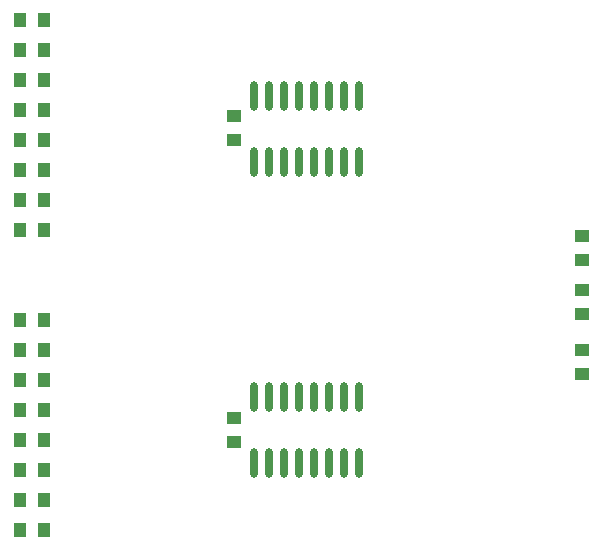
<source format=gtp>
G04*
G04 #@! TF.GenerationSoftware,Altium Limited,Altium Designer,25.2.1 (25)*
G04*
G04 Layer_Color=8421504*
%FSLAX44Y44*%
%MOMM*%
G71*
G04*
G04 #@! TF.SameCoordinates,855B9A58-CFE3-4230-A620-731D9DC95041*
G04*
G04*
G04 #@! TF.FilePolarity,Positive*
G04*
G01*
G75*
%ADD15R,1.2700X1.0160*%
%ADD16O,0.6000X2.5400*%
%ADD17R,1.0160X1.2700*%
D15*
X286000Y142160D02*
D03*
Y121840D02*
D03*
Y397160D02*
D03*
Y376840D02*
D03*
X580000Y275200D02*
D03*
Y295520D02*
D03*
X580000Y199000D02*
D03*
Y178680D02*
D03*
Y249800D02*
D03*
Y229480D02*
D03*
D16*
X302550Y103407D02*
D03*
X315250D02*
D03*
X327950D02*
D03*
X340650D02*
D03*
X353350D02*
D03*
X366050D02*
D03*
X378750D02*
D03*
X391450D02*
D03*
X302550Y159407D02*
D03*
X315250D02*
D03*
X327950D02*
D03*
X340650D02*
D03*
X353350D02*
D03*
X366050D02*
D03*
X378750D02*
D03*
X391450D02*
D03*
X302550Y358593D02*
D03*
X315250D02*
D03*
X327950D02*
D03*
X340650D02*
D03*
X353350D02*
D03*
X366050D02*
D03*
X378750D02*
D03*
X391450D02*
D03*
X302550Y414593D02*
D03*
X315250D02*
D03*
X327950D02*
D03*
X340650D02*
D03*
X353350D02*
D03*
X366050D02*
D03*
X378750D02*
D03*
X391450D02*
D03*
D17*
X104840Y199000D02*
D03*
X125160D02*
D03*
X104840Y224400D02*
D03*
X125160D02*
D03*
Y300600D02*
D03*
X104840D02*
D03*
X125160Y326000D02*
D03*
X104840D02*
D03*
X125160Y351400D02*
D03*
X104840D02*
D03*
X125160Y376800D02*
D03*
X104840D02*
D03*
X125160Y402200D02*
D03*
X104840D02*
D03*
X125160Y427600D02*
D03*
X104840D02*
D03*
X125160Y453000D02*
D03*
X104840D02*
D03*
X125160Y478400D02*
D03*
X104840D02*
D03*
Y46600D02*
D03*
X125160D02*
D03*
X104840Y72000D02*
D03*
X125160D02*
D03*
X104840Y97400D02*
D03*
X125160D02*
D03*
X104840Y122800D02*
D03*
X125160D02*
D03*
X104840Y148200D02*
D03*
X125160D02*
D03*
X104840Y173600D02*
D03*
X125160D02*
D03*
M02*

</source>
